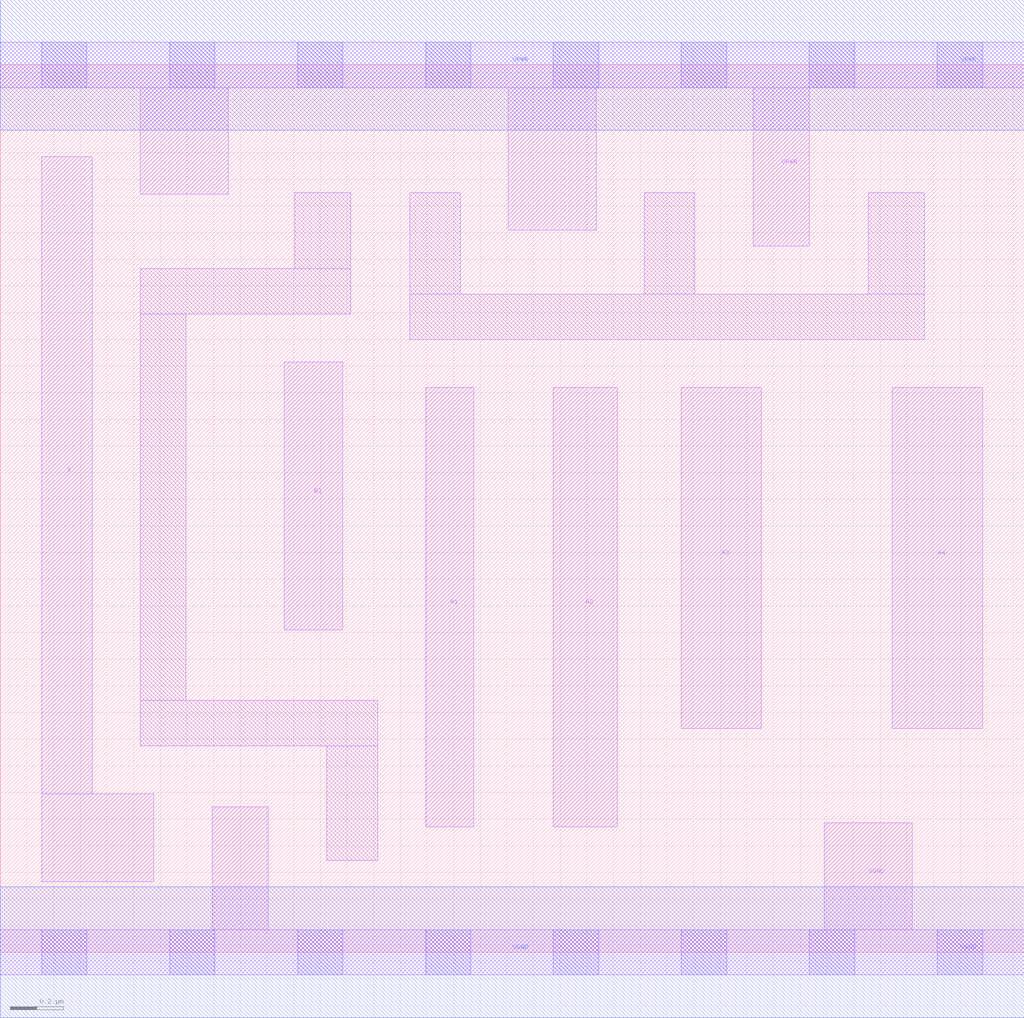
<source format=lef>
# Copyright 2020 The SkyWater PDK Authors
#
# Licensed under the Apache License, Version 2.0 (the "License");
# you may not use this file except in compliance with the License.
# You may obtain a copy of the License at
#
#     https://www.apache.org/licenses/LICENSE-2.0
#
# Unless required by applicable law or agreed to in writing, software
# distributed under the License is distributed on an "AS IS" BASIS,
# WITHOUT WARRANTIES OR CONDITIONS OF ANY KIND, either express or implied.
# See the License for the specific language governing permissions and
# limitations under the License.
#
# SPDX-License-Identifier: Apache-2.0

VERSION 5.7 ;
  NAMESCASESENSITIVE ON ;
  NOWIREEXTENSIONATPIN ON ;
  DIVIDERCHAR "/" ;
  BUSBITCHARS "[]" ;
UNITS
  DATABASE MICRONS 200 ;
END UNITS
MACRO sky130_fd_sc_lp__a41o_m
  CLASS CORE ;
  SOURCE USER ;
  FOREIGN sky130_fd_sc_lp__a41o_m ;
  ORIGIN  0.000000  0.000000 ;
  SIZE  3.840000 BY  3.330000 ;
  SYMMETRY X Y R90 ;
  SITE unit ;
  PIN A1
    ANTENNAGATEAREA  0.126000 ;
    DIRECTION INPUT ;
    USE SIGNAL ;
    PORT
      LAYER li1 ;
        RECT 1.595000 0.470000 1.775000 2.120000 ;
    END
  END A1
  PIN A2
    ANTENNAGATEAREA  0.126000 ;
    DIRECTION INPUT ;
    USE SIGNAL ;
    PORT
      LAYER li1 ;
        RECT 2.075000 0.470000 2.315000 2.120000 ;
    END
  END A2
  PIN A3
    ANTENNAGATEAREA  0.126000 ;
    DIRECTION INPUT ;
    USE SIGNAL ;
    PORT
      LAYER li1 ;
        RECT 2.555000 0.840000 2.855000 2.120000 ;
    END
  END A3
  PIN A4
    ANTENNAGATEAREA  0.126000 ;
    DIRECTION INPUT ;
    USE SIGNAL ;
    PORT
      LAYER li1 ;
        RECT 3.345000 0.840000 3.685000 2.120000 ;
    END
  END A4
  PIN B1
    ANTENNAGATEAREA  0.126000 ;
    DIRECTION INPUT ;
    USE SIGNAL ;
    PORT
      LAYER li1 ;
        RECT 1.065000 1.210000 1.285000 2.215000 ;
    END
  END B1
  PIN X
    ANTENNADIFFAREA  0.222600 ;
    DIRECTION OUTPUT ;
    USE SIGNAL ;
    PORT
      LAYER li1 ;
        RECT 0.155000 0.265000 0.575000 0.595000 ;
        RECT 0.155000 0.595000 0.345000 2.985000 ;
    END
  END X
  PIN VGND
    DIRECTION INOUT ;
    USE GROUND ;
    PORT
      LAYER li1 ;
        RECT 0.000000 -0.085000 3.840000 0.085000 ;
        RECT 0.795000  0.085000 1.005000 0.545000 ;
        RECT 3.090000  0.085000 3.420000 0.485000 ;
      LAYER mcon ;
        RECT 0.155000 -0.085000 0.325000 0.085000 ;
        RECT 0.635000 -0.085000 0.805000 0.085000 ;
        RECT 1.115000 -0.085000 1.285000 0.085000 ;
        RECT 1.595000 -0.085000 1.765000 0.085000 ;
        RECT 2.075000 -0.085000 2.245000 0.085000 ;
        RECT 2.555000 -0.085000 2.725000 0.085000 ;
        RECT 3.035000 -0.085000 3.205000 0.085000 ;
        RECT 3.515000 -0.085000 3.685000 0.085000 ;
      LAYER met1 ;
        RECT 0.000000 -0.245000 3.840000 0.245000 ;
    END
  END VGND
  PIN VPWR
    DIRECTION INOUT ;
    USE POWER ;
    PORT
      LAYER li1 ;
        RECT 0.000000 3.245000 3.840000 3.415000 ;
        RECT 0.525000 2.845000 0.855000 3.245000 ;
        RECT 1.905000 2.710000 2.235000 3.245000 ;
        RECT 2.825000 2.650000 3.035000 3.245000 ;
      LAYER mcon ;
        RECT 0.155000 3.245000 0.325000 3.415000 ;
        RECT 0.635000 3.245000 0.805000 3.415000 ;
        RECT 1.115000 3.245000 1.285000 3.415000 ;
        RECT 1.595000 3.245000 1.765000 3.415000 ;
        RECT 2.075000 3.245000 2.245000 3.415000 ;
        RECT 2.555000 3.245000 2.725000 3.415000 ;
        RECT 3.035000 3.245000 3.205000 3.415000 ;
        RECT 3.515000 3.245000 3.685000 3.415000 ;
      LAYER met1 ;
        RECT 0.000000 3.085000 3.840000 3.575000 ;
    END
  END VPWR
  OBS
    LAYER li1 ;
      RECT 0.525000 0.775000 1.415000 0.945000 ;
      RECT 0.525000 0.945000 0.695000 2.395000 ;
      RECT 0.525000 2.395000 1.315000 2.565000 ;
      RECT 1.105000 2.565000 1.315000 2.850000 ;
      RECT 1.225000 0.345000 1.415000 0.775000 ;
      RECT 1.535000 2.300000 3.465000 2.470000 ;
      RECT 1.535000 2.470000 1.725000 2.850000 ;
      RECT 2.415000 2.470000 2.605000 2.850000 ;
      RECT 3.255000 2.470000 3.465000 2.850000 ;
  END
END sky130_fd_sc_lp__a41o_m

</source>
